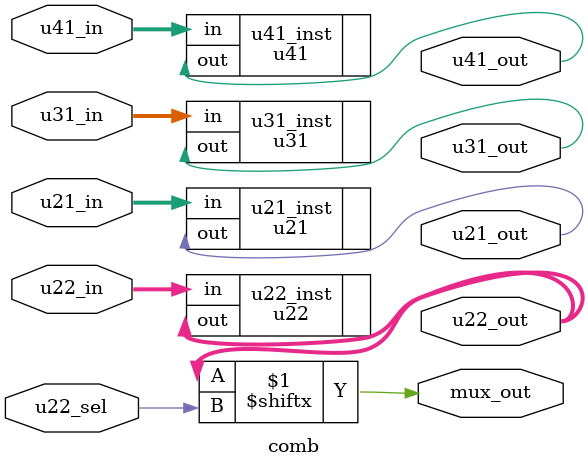
<source format=v>
module comb (
    input [3:0] u21_in,
    input [5:0] u31_in,
    input [9:0] u41_in,
    input [5:0] u22_in,
    input u22_sel,
    output u21_out,
    output u31_out,
    output u41_out,
    output [1:0] u22_out,
    output mux_out
);

u21 u21_inst (
    .in(u21_in),
    .out(u21_out)
);

u31 u31_inst (
    .in(u31_in),
    .out(u31_out)
);

u41 u41_inst (
    .in(u41_in),
    .out(u41_out)
);

u22 u22_inst (
    .in(u22_in),
    .out(u22_out)
);

assign mux_out = u22_out[u22_sel];

endmodule


</source>
